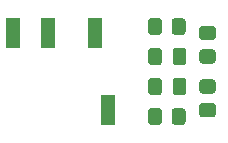
<source format=gbr>
%TF.GenerationSoftware,KiCad,Pcbnew,(5.1.9)-1*%
%TF.CreationDate,2022-01-05T12:10:33+01:00*%
%TF.ProjectId,WLED_AudioJackAdapter,574c4544-5f41-4756-9469-6f4a61636b41,rev?*%
%TF.SameCoordinates,Original*%
%TF.FileFunction,Paste,Top*%
%TF.FilePolarity,Positive*%
%FSLAX46Y46*%
G04 Gerber Fmt 4.6, Leading zero omitted, Abs format (unit mm)*
G04 Created by KiCad (PCBNEW (5.1.9)-1) date 2022-01-05 12:10:33*
%MOMM*%
%LPD*%
G01*
G04 APERTURE LIST*
%ADD10R,1.200000X2.500000*%
G04 APERTURE END LIST*
D10*
%TO.C,J1*%
X129540000Y-78665000D03*
X132540000Y-78665000D03*
X136540000Y-78665000D03*
X137640000Y-85165000D03*
%TD*%
%TO.C,R4*%
G36*
G01*
X146500001Y-83785000D02*
X145599999Y-83785000D01*
G75*
G02*
X145350000Y-83535001I0J249999D01*
G01*
X145350000Y-82834999D01*
G75*
G02*
X145599999Y-82585000I249999J0D01*
G01*
X146500001Y-82585000D01*
G75*
G02*
X146750000Y-82834999I0J-249999D01*
G01*
X146750000Y-83535001D01*
G75*
G02*
X146500001Y-83785000I-249999J0D01*
G01*
G37*
G36*
G01*
X146500001Y-85785000D02*
X145599999Y-85785000D01*
G75*
G02*
X145350000Y-85535001I0J249999D01*
G01*
X145350000Y-84834999D01*
G75*
G02*
X145599999Y-84585000I249999J0D01*
G01*
X146500001Y-84585000D01*
G75*
G02*
X146750000Y-84834999I0J-249999D01*
G01*
X146750000Y-85535001D01*
G75*
G02*
X146500001Y-85785000I-249999J0D01*
G01*
G37*
%TD*%
%TO.C,R3*%
G36*
G01*
X146500001Y-79245000D02*
X145599999Y-79245000D01*
G75*
G02*
X145350000Y-78995001I0J249999D01*
G01*
X145350000Y-78294999D01*
G75*
G02*
X145599999Y-78045000I249999J0D01*
G01*
X146500001Y-78045000D01*
G75*
G02*
X146750000Y-78294999I0J-249999D01*
G01*
X146750000Y-78995001D01*
G75*
G02*
X146500001Y-79245000I-249999J0D01*
G01*
G37*
G36*
G01*
X146500001Y-81245000D02*
X145599999Y-81245000D01*
G75*
G02*
X145350000Y-80995001I0J249999D01*
G01*
X145350000Y-80294999D01*
G75*
G02*
X145599999Y-80045000I249999J0D01*
G01*
X146500001Y-80045000D01*
G75*
G02*
X146750000Y-80294999I0J-249999D01*
G01*
X146750000Y-80995001D01*
G75*
G02*
X146500001Y-81245000I-249999J0D01*
G01*
G37*
%TD*%
%TO.C,R2*%
G36*
G01*
X142205000Y-85274999D02*
X142205000Y-86175001D01*
G75*
G02*
X141955001Y-86425000I-249999J0D01*
G01*
X141254999Y-86425000D01*
G75*
G02*
X141005000Y-86175001I0J249999D01*
G01*
X141005000Y-85274999D01*
G75*
G02*
X141254999Y-85025000I249999J0D01*
G01*
X141955001Y-85025000D01*
G75*
G02*
X142205000Y-85274999I0J-249999D01*
G01*
G37*
G36*
G01*
X144205000Y-85274999D02*
X144205000Y-86175001D01*
G75*
G02*
X143955001Y-86425000I-249999J0D01*
G01*
X143254999Y-86425000D01*
G75*
G02*
X143005000Y-86175001I0J249999D01*
G01*
X143005000Y-85274999D01*
G75*
G02*
X143254999Y-85025000I249999J0D01*
G01*
X143955001Y-85025000D01*
G75*
G02*
X144205000Y-85274999I0J-249999D01*
G01*
G37*
%TD*%
%TO.C,R1*%
G36*
G01*
X142205000Y-77654999D02*
X142205000Y-78555001D01*
G75*
G02*
X141955001Y-78805000I-249999J0D01*
G01*
X141254999Y-78805000D01*
G75*
G02*
X141005000Y-78555001I0J249999D01*
G01*
X141005000Y-77654999D01*
G75*
G02*
X141254999Y-77405000I249999J0D01*
G01*
X141955001Y-77405000D01*
G75*
G02*
X142205000Y-77654999I0J-249999D01*
G01*
G37*
G36*
G01*
X144205000Y-77654999D02*
X144205000Y-78555001D01*
G75*
G02*
X143955001Y-78805000I-249999J0D01*
G01*
X143254999Y-78805000D01*
G75*
G02*
X143005000Y-78555001I0J249999D01*
G01*
X143005000Y-77654999D01*
G75*
G02*
X143254999Y-77405000I249999J0D01*
G01*
X143955001Y-77405000D01*
G75*
G02*
X144205000Y-77654999I0J-249999D01*
G01*
G37*
%TD*%
%TO.C,C2*%
G36*
G01*
X142192500Y-82710000D02*
X142192500Y-83660000D01*
G75*
G02*
X141942500Y-83910000I-250000J0D01*
G01*
X141267500Y-83910000D01*
G75*
G02*
X141017500Y-83660000I0J250000D01*
G01*
X141017500Y-82710000D01*
G75*
G02*
X141267500Y-82460000I250000J0D01*
G01*
X141942500Y-82460000D01*
G75*
G02*
X142192500Y-82710000I0J-250000D01*
G01*
G37*
G36*
G01*
X144267500Y-82710000D02*
X144267500Y-83660000D01*
G75*
G02*
X144017500Y-83910000I-250000J0D01*
G01*
X143342500Y-83910000D01*
G75*
G02*
X143092500Y-83660000I0J250000D01*
G01*
X143092500Y-82710000D01*
G75*
G02*
X143342500Y-82460000I250000J0D01*
G01*
X144017500Y-82460000D01*
G75*
G02*
X144267500Y-82710000I0J-250000D01*
G01*
G37*
%TD*%
%TO.C,C1*%
G36*
G01*
X142192500Y-80170000D02*
X142192500Y-81120000D01*
G75*
G02*
X141942500Y-81370000I-250000J0D01*
G01*
X141267500Y-81370000D01*
G75*
G02*
X141017500Y-81120000I0J250000D01*
G01*
X141017500Y-80170000D01*
G75*
G02*
X141267500Y-79920000I250000J0D01*
G01*
X141942500Y-79920000D01*
G75*
G02*
X142192500Y-80170000I0J-250000D01*
G01*
G37*
G36*
G01*
X144267500Y-80170000D02*
X144267500Y-81120000D01*
G75*
G02*
X144017500Y-81370000I-250000J0D01*
G01*
X143342500Y-81370000D01*
G75*
G02*
X143092500Y-81120000I0J250000D01*
G01*
X143092500Y-80170000D01*
G75*
G02*
X143342500Y-79920000I250000J0D01*
G01*
X144017500Y-79920000D01*
G75*
G02*
X144267500Y-80170000I0J-250000D01*
G01*
G37*
%TD*%
M02*

</source>
